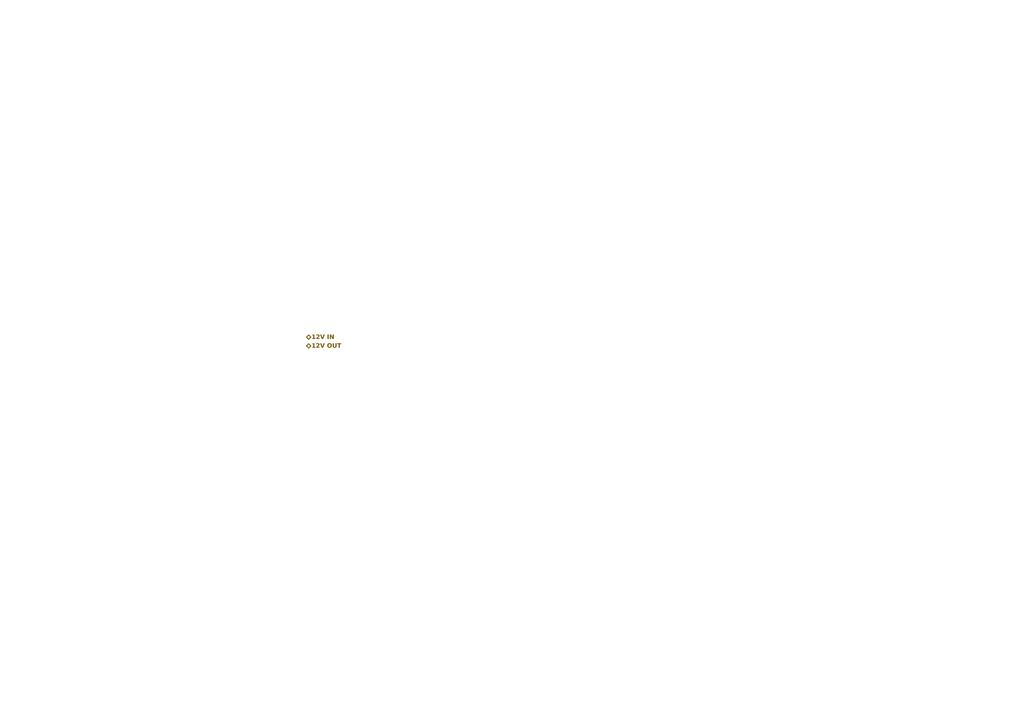
<source format=kicad_sch>
(kicad_sch
	(version 20240101)
	(generator "eeschema")
	(generator_version "8.99")
	(uuid "09e6183f-aea5-4d2a-b11c-82d64c0df918")
	(paper "A4")
	(lib_symbols)
	(hierarchical_label "12V IN"
		(shape bidirectional)
		(at 88.9 97.79 0)
		(fields_autoplaced yes)
		(effects
			(font
				(face "JetBrains Mono")
				(size 1.27 1.27)
				(thickness 0.254)
				(bold yes)
			)
			(justify left)
		)
		(uuid "69da9ad3-b5b4-4053-ace6-8bf5f0c70d68")
	)
	(hierarchical_label "12V OUT"
		(shape bidirectional)
		(at 88.9 100.33 0)
		(fields_autoplaced yes)
		(effects
			(font
				(face "JetBrains Mono")
				(size 1.27 1.27)
				(thickness 0.254)
				(bold yes)
			)
			(justify left)
		)
		(uuid "f8c8b763-dfd4-4a22-835b-b7e9a793aa36")
	)
)
</source>
